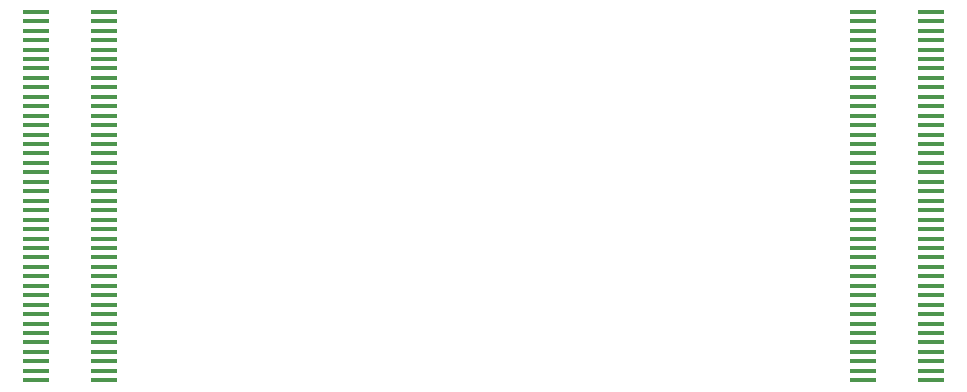
<source format=gbr>
%TF.GenerationSoftware,KiCad,Pcbnew,9.0.3*%
%TF.CreationDate,2025-10-01T18:20:22-04:00*%
%TF.ProjectId,ephys-test-module-molc-64-chan,65706879-732d-4746-9573-742d6d6f6475,A*%
%TF.SameCoordinates,Original*%
%TF.FileFunction,Paste,Bot*%
%TF.FilePolarity,Positive*%
%FSLAX46Y46*%
G04 Gerber Fmt 4.6, Leading zero omitted, Abs format (unit mm)*
G04 Created by KiCad (PCBNEW 9.0.3) date 2025-10-01 18:20:22*
%MOMM*%
%LPD*%
G01*
G04 APERTURE LIST*
%ADD10R,2.273000X0.410000*%
G04 APERTURE END LIST*
D10*
%TO.C,J4*%
X125863500Y-84400000D03*
X120136500Y-84400000D03*
X125863500Y-85200000D03*
X120136500Y-85200000D03*
X125863500Y-86000000D03*
X120136500Y-86000000D03*
X125863500Y-86800000D03*
X120136500Y-86800000D03*
X125863500Y-87600000D03*
X120136500Y-87600000D03*
X125863500Y-88400000D03*
X120136500Y-88400000D03*
X125863500Y-89200000D03*
X120136500Y-89200000D03*
X125863500Y-90000000D03*
X120136500Y-90000000D03*
X125863500Y-90800000D03*
X120136500Y-90800000D03*
X125863500Y-91600000D03*
X120136500Y-91600000D03*
X125863500Y-92400000D03*
X120136500Y-92400000D03*
X125863500Y-93200000D03*
X120136500Y-93200000D03*
X125863500Y-94000000D03*
X120136500Y-94000000D03*
X125863500Y-94800000D03*
X120136500Y-94800000D03*
X125863500Y-95600000D03*
X120136500Y-95600000D03*
X125863500Y-96400000D03*
X120136500Y-96400000D03*
X125863500Y-97200000D03*
X120136500Y-97200000D03*
X125863500Y-98000000D03*
X120136500Y-98000000D03*
X125863500Y-98800000D03*
X120136500Y-98800000D03*
X125863500Y-99600000D03*
X120136500Y-99600000D03*
X125863500Y-100400000D03*
X120136500Y-100400000D03*
X125863500Y-101200000D03*
X120136500Y-101200000D03*
X125863500Y-102000000D03*
X120136500Y-102000000D03*
X125863500Y-102800000D03*
X120136500Y-102800000D03*
X125863500Y-103600000D03*
X120136500Y-103600000D03*
X125863500Y-104400000D03*
X120136500Y-104400000D03*
X125863500Y-105200000D03*
X120136500Y-105200000D03*
X125863500Y-106000000D03*
X120136500Y-106000000D03*
X125863500Y-106800000D03*
X120136500Y-106800000D03*
X125863500Y-107600000D03*
X120136500Y-107600000D03*
X125863500Y-108400000D03*
X120136500Y-108400000D03*
X125863500Y-109200000D03*
X120136500Y-109200000D03*
X125863500Y-110000000D03*
X120136500Y-110000000D03*
X125863500Y-110800000D03*
X120136500Y-110800000D03*
X125863500Y-111600000D03*
X120136500Y-111600000D03*
X125863500Y-112400000D03*
X120136500Y-112400000D03*
X125863500Y-113200000D03*
X120136500Y-113200000D03*
X125863500Y-114000000D03*
X120136500Y-114000000D03*
X125863500Y-114800000D03*
X120136500Y-114800000D03*
X125863500Y-115600000D03*
X120136500Y-115600000D03*
%TD*%
%TO.C,J5*%
X195863500Y-84400000D03*
X190136500Y-84400000D03*
X195863500Y-85200000D03*
X190136500Y-85200000D03*
X195863500Y-86000000D03*
X190136500Y-86000000D03*
X195863500Y-86800000D03*
X190136500Y-86800000D03*
X195863500Y-87600000D03*
X190136500Y-87600000D03*
X195863500Y-88400000D03*
X190136500Y-88400000D03*
X195863500Y-89200000D03*
X190136500Y-89200000D03*
X195863500Y-90000000D03*
X190136500Y-90000000D03*
X195863500Y-90800000D03*
X190136500Y-90800000D03*
X195863500Y-91600000D03*
X190136500Y-91600000D03*
X195863500Y-92400000D03*
X190136500Y-92400000D03*
X195863500Y-93200000D03*
X190136500Y-93200000D03*
X195863500Y-94000000D03*
X190136500Y-94000000D03*
X195863500Y-94800000D03*
X190136500Y-94800000D03*
X195863500Y-95600000D03*
X190136500Y-95600000D03*
X195863500Y-96400000D03*
X190136500Y-96400000D03*
X195863500Y-97200000D03*
X190136500Y-97200000D03*
X195863500Y-98000000D03*
X190136500Y-98000000D03*
X195863500Y-98800000D03*
X190136500Y-98800000D03*
X195863500Y-99600000D03*
X190136500Y-99600000D03*
X195863500Y-100400000D03*
X190136500Y-100400000D03*
X195863500Y-101200000D03*
X190136500Y-101200000D03*
X195863500Y-102000000D03*
X190136500Y-102000000D03*
X195863500Y-102800000D03*
X190136500Y-102800000D03*
X195863500Y-103600000D03*
X190136500Y-103600000D03*
X195863500Y-104400000D03*
X190136500Y-104400000D03*
X195863500Y-105200000D03*
X190136500Y-105200000D03*
X195863500Y-106000000D03*
X190136500Y-106000000D03*
X195863500Y-106800000D03*
X190136500Y-106800000D03*
X195863500Y-107600000D03*
X190136500Y-107600000D03*
X195863500Y-108400000D03*
X190136500Y-108400000D03*
X195863500Y-109200000D03*
X190136500Y-109200000D03*
X195863500Y-110000000D03*
X190136500Y-110000000D03*
X195863500Y-110800000D03*
X190136500Y-110800000D03*
X195863500Y-111600000D03*
X190136500Y-111600000D03*
X195863500Y-112400000D03*
X190136500Y-112400000D03*
X195863500Y-113200000D03*
X190136500Y-113200000D03*
X195863500Y-114000000D03*
X190136500Y-114000000D03*
X195863500Y-114800000D03*
X190136500Y-114800000D03*
X195863500Y-115600000D03*
X190136500Y-115600000D03*
%TD*%
M02*

</source>
